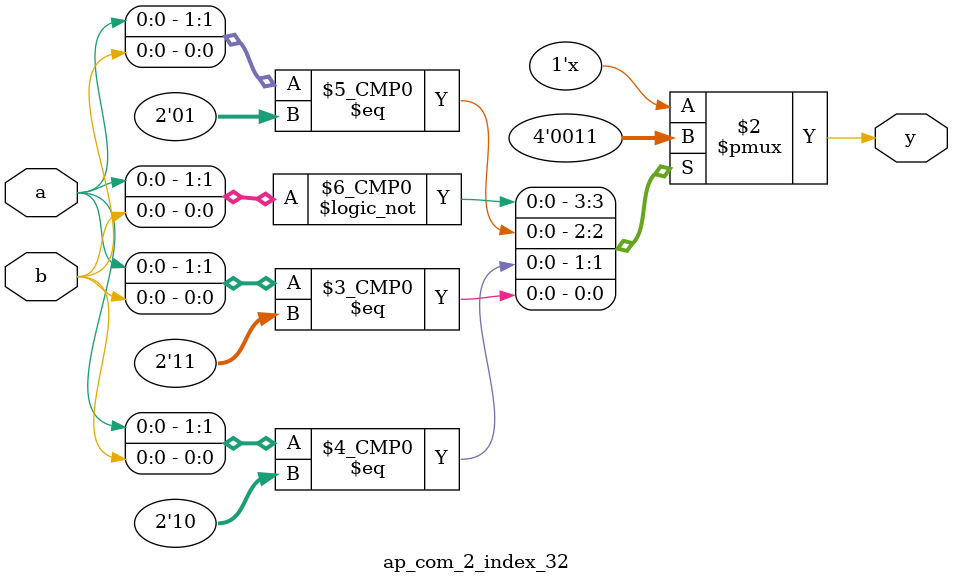
<source format=v>
module ap_com_4_index_0(
	input wire a,
	input wire b,
	input wire c,
	input wire d,
	output reg y
);

always @(*) begin
	case({a, b, c, d})
		4'b0000: y = 0;
		4'b0001: y = 1;
		4'b0010: y = 1;
		4'b0011: y = 0;
		4'b0100: y = 0;
		4'b0101: y = 0;
		4'b0110: y = 1;
		4'b0111: y = 0;
		4'b1000: y = 0;
		4'b1001: y = 0;
		4'b1010: y = 1;
		4'b1011: y = 0;
		4'b1100: y = 0;
		4'b1101: y = 1;
		4'b1110: y = 1;
		4'b1111: y = 0;
		default:;
	endcase
end

endmodule


module ap_com_4_index_1(
	input wire a,
	input wire b,
	input wire c,
	input wire d,
	output reg y
);

always @(*) begin
	case({a, b, c, d})
		4'b0000: y = 0;
		4'b0001: y = 1;
		4'b0010: y = 1;
		4'b0011: y = 1;
		4'b0100: y = 0;
		4'b0101: y = 0;
		4'b0110: y = 1;
		4'b0111: y = 1;
		4'b1000: y = 1;
		4'b1001: y = 1;
		4'b1010: y = 1;
		4'b1011: y = 0;
		4'b1100: y = 1;
		4'b1101: y = 0;
		4'b1110: y = 1;
		4'b1111: y = 1;
		default:;
	endcase
end

endmodule


module ap_com_4_index_2(
	input wire a,
	input wire b,
	input wire c,
	input wire d,
	output reg y
);

always @(*) begin
	case({a, b, c, d})
		4'b0000: y = 1;
		4'b0001: y = 1;
		4'b0010: y = 1;
		4'b0011: y = 0;
		4'b0100: y = 1;
		4'b0101: y = 1;
		4'b0110: y = 0;
		4'b0111: y = 1;
		4'b1000: y = 1;
		4'b1001: y = 1;
		4'b1010: y = 0;
		4'b1011: y = 0;
		4'b1100: y = 1;
		4'b1101: y = 1;
		4'b1110: y = 1;
		4'b1111: y = 0;
		default:;
	endcase
end

endmodule


module ap_com_3_index_3(
	input wire a,
	input wire b,
	input wire c,
	output reg y
);

always @(*) begin
	case({a, b, c})
		3'b000: y = 1;
		3'b001: y = 0;
		3'b010: y = 1;
		3'b011: y = 1;
		3'b100: y = 1;
		3'b101: y = 0;
		3'b110: y = 0;
		3'b111: y = 0;
		default:;
	endcase
end

endmodule


module ap_com_4_index_4(
	input wire a,
	input wire b,
	input wire c,
	input wire d,
	output reg y
);

always @(*) begin
	case({a, b, c, d})
		4'b0000: y = 1;
		4'b0001: y = 0;
		4'b0010: y = 0;
		4'b0011: y = 1;
		4'b0100: y = 1;
		4'b0101: y = 1;
		4'b0110: y = 0;
		4'b0111: y = 0;
		4'b1000: y = 1;
		4'b1001: y = 0;
		4'b1010: y = 0;
		4'b1011: y = 1;
		4'b1100: y = 0;
		4'b1101: y = 1;
		4'b1110: y = 0;
		4'b1111: y = 0;
		default:;
	endcase
end

endmodule


module ap_com_4_index_5(
	input wire a,
	input wire b,
	input wire c,
	input wire d,
	output reg y
);

always @(*) begin
	case({a, b, c, d})
		4'b0000: y = 0;
		4'b0001: y = 1;
		4'b0010: y = 0;
		4'b0011: y = 1;
		4'b0100: y = 0;
		4'b0101: y = 0;
		4'b0110: y = 0;
		4'b0111: y = 1;
		4'b1000: y = 0;
		4'b1001: y = 0;
		4'b1010: y = 1;
		4'b1011: y = 0;
		4'b1100: y = 0;
		4'b1101: y = 1;
		4'b1110: y = 0;
		4'b1111: y = 0;
		default:;
	endcase
end

endmodule


module ap_com_4_index_6(
	input wire a,
	input wire b,
	input wire c,
	input wire d,
	output reg y
);

always @(*) begin
	case({a, b, c, d})
		4'b0000: y = 1;
		4'b0001: y = 0;
		4'b0010: y = 0;
		4'b0011: y = 0;
		4'b0100: y = 1;
		4'b0101: y = 1;
		4'b0110: y = 1;
		4'b0111: y = 1;
		4'b1000: y = 1;
		4'b1001: y = 1;
		4'b1010: y = 1;
		4'b1011: y = 0;
		4'b1100: y = 1;
		4'b1101: y = 1;
		4'b1110: y = 1;
		4'b1111: y = 0;
		default:;
	endcase
end

endmodule


module ap_com_4_index_7(
	input wire a,
	input wire b,
	input wire c,
	input wire d,
	output reg y
);

always @(*) begin
	case({a, b, c, d})
		4'b0000: y = 0;
		4'b0001: y = 0;
		4'b0010: y = 0;
		4'b0011: y = 1;
		4'b0100: y = 0;
		4'b0101: y = 0;
		4'b0110: y = 0;
		4'b0111: y = 1;
		4'b1000: y = 1;
		4'b1001: y = 1;
		4'b1010: y = 0;
		4'b1011: y = 1;
		4'b1100: y = 1;
		4'b1101: y = 1;
		4'b1110: y = 1;
		4'b1111: y = 0;
		default:;
	endcase
end

endmodule


module ap_com_4_index_8(
	input wire a,
	input wire b,
	input wire c,
	input wire d,
	output reg y
);

always @(*) begin
	case({a, b, c, d})
		4'b0000: y = 0;
		4'b0001: y = 0;
		4'b0010: y = 1;
		4'b0011: y = 1;
		4'b0100: y = 0;
		4'b0101: y = 0;
		4'b0110: y = 0;
		4'b0111: y = 1;
		4'b1000: y = 1;
		4'b1001: y = 0;
		4'b1010: y = 1;
		4'b1011: y = 0;
		4'b1100: y = 0;
		4'b1101: y = 0;
		4'b1110: y = 0;
		4'b1111: y = 1;
		default:;
	endcase
end

endmodule


module ap_com_3_index_9(
	input wire a,
	input wire b,
	input wire c,
	output reg y
);

always @(*) begin
	case({a, b, c})
		3'b000: y = 0;
		3'b001: y = 1;
		3'b010: y = 0;
		3'b011: y = 1;
		3'b100: y = 0;
		3'b101: y = 0;
		3'b110: y = 1;
		3'b111: y = 1;
		default:;
	endcase
end

endmodule


module ap_com_4_index_10(
	input wire a,
	input wire b,
	input wire c,
	input wire d,
	output reg y
);

always @(*) begin
	case({a, b, c, d})
		4'b0000: y = 1;
		4'b0001: y = 0;
		4'b0010: y = 1;
		4'b0011: y = 1;
		4'b0100: y = 1;
		4'b0101: y = 0;
		4'b0110: y = 1;
		4'b0111: y = 1;
		4'b1000: y = 0;
		4'b1001: y = 1;
		4'b1010: y = 1;
		4'b1011: y = 0;
		4'b1100: y = 0;
		4'b1101: y = 1;
		4'b1110: y = 0;
		4'b1111: y = 1;
		default:;
	endcase
end

endmodule


module ap_com_4_index_11(
	input wire a,
	input wire b,
	input wire c,
	input wire d,
	output reg y
);

always @(*) begin
	case({a, b, c, d})
		4'b0000: y = 1;
		4'b0001: y = 0;
		4'b0010: y = 0;
		4'b0011: y = 0;
		4'b0100: y = 0;
		4'b0101: y = 1;
		4'b0110: y = 0;
		4'b0111: y = 0;
		4'b1000: y = 1;
		4'b1001: y = 0;
		4'b1010: y = 0;
		4'b1011: y = 1;
		4'b1100: y = 1;
		4'b1101: y = 0;
		4'b1110: y = 0;
		4'b1111: y = 1;
		default:;
	endcase
end

endmodule


module ap_com_2_index_12(
	input wire a,
	input wire b,
	output reg y
);

always @(*) begin
	case({a, b})
		2'b00: y = 1;
		2'b01: y = 0;
		2'b10: y = 0;
		2'b11: y = 0;
		default:;
	endcase
end

endmodule


module ap_com_4_index_13(
	input wire a,
	input wire b,
	input wire c,
	input wire d,
	output reg y
);

always @(*) begin
	case({a, b, c, d})
		4'b0000: y = 0;
		4'b0001: y = 0;
		4'b0010: y = 0;
		4'b0011: y = 0;
		4'b0100: y = 1;
		4'b0101: y = 0;
		4'b0110: y = 1;
		4'b0111: y = 0;
		4'b1000: y = 0;
		4'b1001: y = 0;
		4'b1010: y = 0;
		4'b1011: y = 0;
		4'b1100: y = 0;
		4'b1101: y = 0;
		4'b1110: y = 1;
		4'b1111: y = 0;
		default:;
	endcase
end

endmodule


module ap_com_4_index_14(
	input wire a,
	input wire b,
	input wire c,
	input wire d,
	output reg y
);

always @(*) begin
	case({a, b, c, d})
		4'b0000: y = 1;
		4'b0001: y = 0;
		4'b0010: y = 0;
		4'b0011: y = 0;
		4'b0100: y = 0;
		4'b0101: y = 1;
		4'b0110: y = 0;
		4'b0111: y = 0;
		4'b1000: y = 0;
		4'b1001: y = 1;
		4'b1010: y = 0;
		4'b1011: y = 0;
		4'b1100: y = 1;
		4'b1101: y = 0;
		4'b1110: y = 0;
		4'b1111: y = 1;
		default:;
	endcase
end

endmodule


module ap_com_4_index_15(
	input wire a,
	input wire b,
	input wire c,
	input wire d,
	output reg y
);

always @(*) begin
	case({a, b, c, d})
		4'b0000: y = 0;
		4'b0001: y = 1;
		4'b0010: y = 0;
		4'b0011: y = 0;
		4'b0100: y = 1;
		4'b0101: y = 1;
		4'b0110: y = 1;
		4'b0111: y = 0;
		4'b1000: y = 0;
		4'b1001: y = 1;
		4'b1010: y = 0;
		4'b1011: y = 1;
		4'b1100: y = 0;
		4'b1101: y = 0;
		4'b1110: y = 0;
		4'b1111: y = 0;
		default:;
	endcase
end

endmodule


module ap_com_4_index_16(
	input wire a,
	input wire b,
	input wire c,
	input wire d,
	output reg y
);

always @(*) begin
	case({a, b, c, d})
		4'b0000: y = 0;
		4'b0001: y = 1;
		4'b0010: y = 1;
		4'b0011: y = 0;
		4'b0100: y = 0;
		4'b0101: y = 1;
		4'b0110: y = 0;
		4'b0111: y = 0;
		4'b1000: y = 0;
		4'b1001: y = 1;
		4'b1010: y = 1;
		4'b1011: y = 1;
		4'b1100: y = 0;
		4'b1101: y = 1;
		4'b1110: y = 1;
		4'b1111: y = 0;
		default:;
	endcase
end

endmodule


module ap_com_4_index_17(
	input wire a,
	input wire b,
	input wire c,
	input wire d,
	output reg y
);

always @(*) begin
	case({a, b, c, d})
		4'b0000: y = 1;
		4'b0001: y = 0;
		4'b0010: y = 0;
		4'b0011: y = 0;
		4'b0100: y = 0;
		4'b0101: y = 1;
		4'b0110: y = 0;
		4'b0111: y = 0;
		4'b1000: y = 1;
		4'b1001: y = 0;
		4'b1010: y = 0;
		4'b1011: y = 0;
		4'b1100: y = 0;
		4'b1101: y = 1;
		4'b1110: y = 0;
		4'b1111: y = 1;
		default:;
	endcase
end

endmodule


module ap_com_3_index_18(
	input wire a,
	input wire b,
	input wire c,
	output reg y
);

always @(*) begin
	case({a, b, c})
		3'b000: y = 1;
		3'b001: y = 1;
		3'b010: y = 0;
		3'b011: y = 1;
		3'b100: y = 0;
		3'b101: y = 0;
		3'b110: y = 0;
		3'b111: y = 1;
		default:;
	endcase
end

endmodule


module ap_com_4_index_19(
	input wire a,
	input wire b,
	input wire c,
	input wire d,
	output reg y
);

always @(*) begin
	case({a, b, c, d})
		4'b0000: y = 1;
		4'b0001: y = 0;
		4'b0010: y = 1;
		4'b0011: y = 1;
		4'b0100: y = 1;
		4'b0101: y = 1;
		4'b0110: y = 1;
		4'b0111: y = 0;
		4'b1000: y = 0;
		4'b1001: y = 0;
		4'b1010: y = 0;
		4'b1011: y = 0;
		4'b1100: y = 1;
		4'b1101: y = 1;
		4'b1110: y = 0;
		4'b1111: y = 1;
		default:;
	endcase
end

endmodule


module ap_com_2_index_20(
	input wire a,
	input wire b,
	output reg y
);

always @(*) begin
	case({a, b})
		2'b00: y = 0;
		2'b01: y = 1;
		2'b10: y = 0;
		2'b11: y = 0;
		default:;
	endcase
end

endmodule


module ap_com_4_index_21(
	input wire a,
	input wire b,
	input wire c,
	input wire d,
	output reg y
);

always @(*) begin
	case({a, b, c, d})
		4'b0000: y = 1;
		4'b0001: y = 1;
		4'b0010: y = 1;
		4'b0011: y = 1;
		4'b0100: y = 0;
		4'b0101: y = 0;
		4'b0110: y = 1;
		4'b0111: y = 1;
		4'b1000: y = 0;
		4'b1001: y = 1;
		4'b1010: y = 0;
		4'b1011: y = 0;
		4'b1100: y = 0;
		4'b1101: y = 0;
		4'b1110: y = 0;
		4'b1111: y = 0;
		default:;
	endcase
end

endmodule


module ap_com_4_index_22(
	input wire a,
	input wire b,
	input wire c,
	input wire d,
	output reg y
);

always @(*) begin
	case({a, b, c, d})
		4'b0000: y = 1;
		4'b0001: y = 0;
		4'b0010: y = 0;
		4'b0011: y = 1;
		4'b0100: y = 0;
		4'b0101: y = 1;
		4'b0110: y = 1;
		4'b0111: y = 0;
		4'b1000: y = 1;
		4'b1001: y = 0;
		4'b1010: y = 0;
		4'b1011: y = 1;
		4'b1100: y = 1;
		4'b1101: y = 0;
		4'b1110: y = 0;
		4'b1111: y = 1;
		default:;
	endcase
end

endmodule


module ap_com_3_index_23(
	input wire a,
	input wire b,
	input wire c,
	output reg y
);

always @(*) begin
	case({a, b, c})
		3'b000: y = 1;
		3'b001: y = 1;
		3'b010: y = 0;
		3'b011: y = 0;
		3'b100: y = 1;
		3'b101: y = 0;
		3'b110: y = 1;
		3'b111: y = 0;
		default:;
	endcase
end

endmodule


module ap_com_2_index_24(
	input wire a,
	input wire b,
	output reg y
);

always @(*) begin
	case({a, b})
		2'b00: y = 0;
		2'b01: y = 1;
		2'b10: y = 1;
		2'b11: y = 1;
		default:;
	endcase
end

endmodule


module ap_com_3_index_25(
	input wire a,
	input wire b,
	input wire c,
	output reg y
);

always @(*) begin
	case({a, b, c})
		3'b000: y = 0;
		3'b001: y = 0;
		3'b010: y = 0;
		3'b011: y = 0;
		3'b100: y = 1;
		3'b101: y = 1;
		3'b110: y = 1;
		3'b111: y = 1;
		default:;
	endcase
end

endmodule


module ap_com_3_index_26(
	input wire a,
	input wire b,
	input wire c,
	output reg y
);

always @(*) begin
	case({a, b, c})
		3'b000: y = 0;
		3'b001: y = 0;
		3'b010: y = 0;
		3'b011: y = 0;
		3'b100: y = 0;
		3'b101: y = 0;
		3'b110: y = 0;
		3'b111: y = 0;
		default:;
	endcase
end

endmodule


module ap_com_3_index_27(
	input wire a,
	input wire b,
	input wire c,
	output reg y
);

always @(*) begin
	case({a, b, c})
		3'b000: y = 0;
		3'b001: y = 0;
		3'b010: y = 0;
		3'b011: y = 1;
		3'b100: y = 1;
		3'b101: y = 1;
		3'b110: y = 0;
		3'b111: y = 0;
		default:;
	endcase
end

endmodule


module ap_com_3_index_28(
	input wire a,
	input wire b,
	input wire c,
	output reg y
);

always @(*) begin
	case({a, b, c})
		3'b000: y = 0;
		3'b001: y = 1;
		3'b010: y = 1;
		3'b011: y = 0;
		3'b100: y = 0;
		3'b101: y = 0;
		3'b110: y = 1;
		3'b111: y = 0;
		default:;
	endcase
end

endmodule


module ap_com_2_index_29(
	input wire a,
	input wire b,
	output reg y
);

always @(*) begin
	case({a, b})
		2'b00: y = 1;
		2'b01: y = 0;
		2'b10: y = 0;
		2'b11: y = 0;
		default:;
	endcase
end

endmodule


module ap_com_2_index_30(
	input wire a,
	input wire b,
	output reg y
);

always @(*) begin
	case({a, b})
		2'b00: y = 1;
		2'b01: y = 1;
		2'b10: y = 0;
		2'b11: y = 1;
		default:;
	endcase
end

endmodule


module ap_com_2_index_31(
	input wire a,
	input wire b,
	output reg y
);

always @(*) begin
	case({a, b})
		2'b00: y = 1;
		2'b01: y = 0;
		2'b10: y = 1;
		2'b11: y = 0;
		default:;
	endcase
end

endmodule


module ap_com_2_index_32(
	input wire a,
	input wire b,
	output reg y
);

always @(*) begin
	case({a, b})
		2'b00: y = 0;
		2'b01: y = 0;
		2'b10: y = 1;
		2'b11: y = 1;
		default:;
	endcase
end

endmodule



</source>
